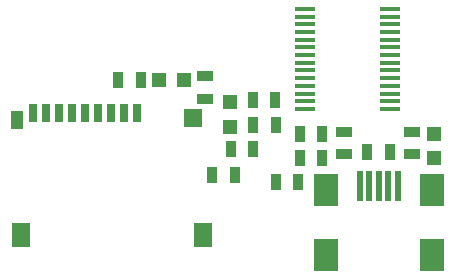
<source format=gtp>
G04 (created by PCBNEW (2013-mar-13)-testing) date Срд 19 Фев 2014 21:11:01*
%MOIN*%
G04 Gerber Fmt 3.4, Leading zero omitted, Abs format*
%FSLAX34Y34*%
G01*
G70*
G90*
G04 APERTURE LIST*
%ADD10C,0.005906*%
%ADD11R,0.035000X0.055000*%
%ADD12R,0.055000X0.035000*%
%ADD13R,0.047200X0.047200*%
%ADD14R,0.065000X0.016000*%
%ADD15R,0.020000X0.100000*%
%ADD16R,0.078740X0.110000*%
%ADD17R,0.030000X0.060000*%
%ADD18R,0.040000X0.060000*%
%ADD19R,0.060000X0.080000*%
%ADD20R,0.060000X0.060000*%
G04 APERTURE END LIST*
G54D10*
G54D11*
X81275Y-66400D03*
X82025Y-66400D03*
G54D12*
X82750Y-66275D03*
X82750Y-65525D03*
G54D11*
X83525Y-66200D03*
X84275Y-66200D03*
X80475Y-65300D03*
X79725Y-65300D03*
X79700Y-64475D03*
X80450Y-64475D03*
X81275Y-65600D03*
X82025Y-65600D03*
G54D13*
X85750Y-65587D03*
X85750Y-66413D03*
X78950Y-65363D03*
X78950Y-64537D03*
G54D11*
X81225Y-67200D03*
X80475Y-67200D03*
G54D12*
X85000Y-66275D03*
X85000Y-65525D03*
G54D11*
X78975Y-66100D03*
X79725Y-66100D03*
G54D14*
X81433Y-62972D03*
X81433Y-63228D03*
X81433Y-63484D03*
X81433Y-63740D03*
X84267Y-62204D03*
X81433Y-62204D03*
X81433Y-62460D03*
X81433Y-62716D03*
X84267Y-63996D03*
X84267Y-63740D03*
X84267Y-63484D03*
X84267Y-63228D03*
X84267Y-62972D03*
X84267Y-62716D03*
X81433Y-63996D03*
X84267Y-62460D03*
X84267Y-61948D03*
X84267Y-61693D03*
X84267Y-61437D03*
X81433Y-61437D03*
X81433Y-61693D03*
X81433Y-61948D03*
X81433Y-64252D03*
X81433Y-64507D03*
X81433Y-64763D03*
X84267Y-64763D03*
X84267Y-64507D03*
X84267Y-64252D03*
G54D13*
X76587Y-63800D03*
X77413Y-63800D03*
G54D11*
X75225Y-63800D03*
X75975Y-63800D03*
X79100Y-66975D03*
X78350Y-66975D03*
G54D12*
X78125Y-64425D03*
X78125Y-63675D03*
G54D15*
X83270Y-67350D03*
X83585Y-67350D03*
X83900Y-67350D03*
X84214Y-67350D03*
X84529Y-67350D03*
G54D16*
X82128Y-69631D03*
X85671Y-69631D03*
X82128Y-67465D03*
X85671Y-67465D03*
G54D17*
X75832Y-64900D03*
X75399Y-64900D03*
X74966Y-64900D03*
X74533Y-64900D03*
X74100Y-64900D03*
X73666Y-64900D03*
X73233Y-64900D03*
X72800Y-64900D03*
X72367Y-64900D03*
G54D18*
X71837Y-65136D03*
G54D19*
X71974Y-68983D03*
X78037Y-68983D03*
G54D20*
X77714Y-65054D03*
M02*

</source>
